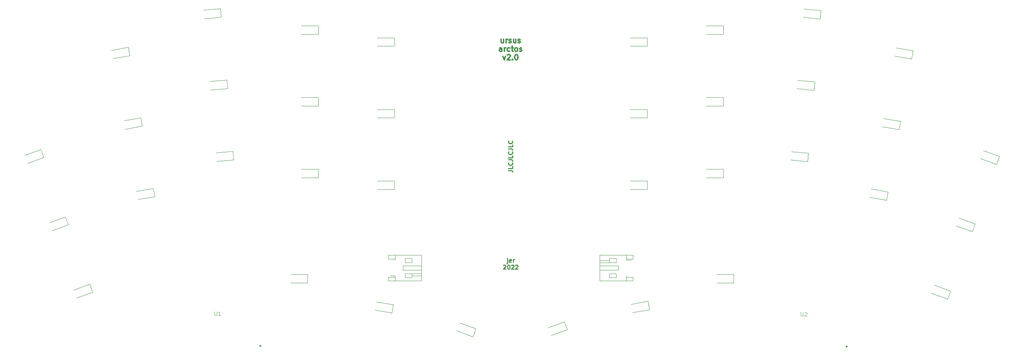
<source format=gbr>
%TF.GenerationSoftware,KiCad,Pcbnew,(6.0.5)*%
%TF.CreationDate,2022-05-11T11:26:58+00:00*%
%TF.ProjectId,ursus-arctos,75727375-732d-4617-9263-746f732e6b69,v1.0.0*%
%TF.SameCoordinates,Original*%
%TF.FileFunction,Legend,Top*%
%TF.FilePolarity,Positive*%
%FSLAX46Y46*%
G04 Gerber Fmt 4.6, Leading zero omitted, Abs format (unit mm)*
G04 Created by KiCad (PCBNEW (6.0.5)) date 2022-05-11 11:26:58*
%MOMM*%
%LPD*%
G01*
G04 APERTURE LIST*
%ADD10C,0.300000*%
%ADD11C,0.250000*%
%ADD12C,0.101600*%
%ADD13C,0.254000*%
%ADD14C,0.120000*%
G04 APERTURE END LIST*
D10*
X-71196428Y65280357D02*
X-71196428Y64447023D01*
X-71732142Y65280357D02*
X-71732142Y64625595D01*
X-71672619Y64506547D01*
X-71553571Y64447023D01*
X-71375000Y64447023D01*
X-71255952Y64506547D01*
X-71196428Y64566071D01*
X-70601190Y64447023D02*
X-70601190Y65280357D01*
X-70601190Y65042261D02*
X-70541666Y65161309D01*
X-70482142Y65220833D01*
X-70363095Y65280357D01*
X-70244047Y65280357D01*
X-69886904Y64506547D02*
X-69767857Y64447023D01*
X-69529761Y64447023D01*
X-69410714Y64506547D01*
X-69351190Y64625595D01*
X-69351190Y64685119D01*
X-69410714Y64804166D01*
X-69529761Y64863690D01*
X-69708333Y64863690D01*
X-69827380Y64923214D01*
X-69886904Y65042261D01*
X-69886904Y65101785D01*
X-69827380Y65220833D01*
X-69708333Y65280357D01*
X-69529761Y65280357D01*
X-69410714Y65220833D01*
X-68279761Y65280357D02*
X-68279761Y64447023D01*
X-68815476Y65280357D02*
X-68815476Y64625595D01*
X-68755952Y64506547D01*
X-68636904Y64447023D01*
X-68458333Y64447023D01*
X-68339285Y64506547D01*
X-68279761Y64566071D01*
X-67744047Y64506547D02*
X-67625000Y64447023D01*
X-67386904Y64447023D01*
X-67267857Y64506547D01*
X-67208333Y64625595D01*
X-67208333Y64685119D01*
X-67267857Y64804166D01*
X-67386904Y64863690D01*
X-67565476Y64863690D01*
X-67684523Y64923214D01*
X-67744047Y65042261D01*
X-67744047Y65101785D01*
X-67684523Y65220833D01*
X-67565476Y65280357D01*
X-67386904Y65280357D01*
X-67267857Y65220833D01*
X-71583333Y62434523D02*
X-71583333Y63089285D01*
X-71642857Y63208333D01*
X-71761904Y63267857D01*
X-72000000Y63267857D01*
X-72119047Y63208333D01*
X-71583333Y62494047D02*
X-71702380Y62434523D01*
X-72000000Y62434523D01*
X-72119047Y62494047D01*
X-72178571Y62613095D01*
X-72178571Y62732142D01*
X-72119047Y62851190D01*
X-72000000Y62910714D01*
X-71702380Y62910714D01*
X-71583333Y62970238D01*
X-70988095Y62434523D02*
X-70988095Y63267857D01*
X-70988095Y63029761D02*
X-70928571Y63148809D01*
X-70869047Y63208333D01*
X-70750000Y63267857D01*
X-70630952Y63267857D01*
X-69678571Y62494047D02*
X-69797619Y62434523D01*
X-70035714Y62434523D01*
X-70154761Y62494047D01*
X-70214285Y62553571D01*
X-70273809Y62672619D01*
X-70273809Y63029761D01*
X-70214285Y63148809D01*
X-70154761Y63208333D01*
X-70035714Y63267857D01*
X-69797619Y63267857D01*
X-69678571Y63208333D01*
X-69321428Y63267857D02*
X-68845238Y63267857D01*
X-69142857Y63684523D02*
X-69142857Y62613095D01*
X-69083333Y62494047D01*
X-68964285Y62434523D01*
X-68845238Y62434523D01*
X-68250000Y62434523D02*
X-68369047Y62494047D01*
X-68428571Y62553571D01*
X-68488095Y62672619D01*
X-68488095Y63029761D01*
X-68428571Y63148809D01*
X-68369047Y63208333D01*
X-68250000Y63267857D01*
X-68071428Y63267857D01*
X-67952380Y63208333D01*
X-67892857Y63148809D01*
X-67833333Y63029761D01*
X-67833333Y62672619D01*
X-67892857Y62553571D01*
X-67952380Y62494047D01*
X-68071428Y62434523D01*
X-68250000Y62434523D01*
X-67357142Y62494047D02*
X-67238095Y62434523D01*
X-67000000Y62434523D01*
X-66880952Y62494047D01*
X-66821428Y62613095D01*
X-66821428Y62672619D01*
X-66880952Y62791666D01*
X-67000000Y62851190D01*
X-67178571Y62851190D01*
X-67297619Y62910714D01*
X-67357142Y63029761D01*
X-67357142Y63089285D01*
X-67297619Y63208333D01*
X-67178571Y63267857D01*
X-67000000Y63267857D01*
X-66880952Y63208333D01*
X-71285714Y61255357D02*
X-70988095Y60422023D01*
X-70690476Y61255357D01*
X-70273809Y61552976D02*
X-70214285Y61612500D01*
X-70095238Y61672023D01*
X-69797619Y61672023D01*
X-69678571Y61612500D01*
X-69619047Y61552976D01*
X-69559523Y61433928D01*
X-69559523Y61314880D01*
X-69619047Y61136309D01*
X-70333333Y60422023D01*
X-69559523Y60422023D01*
X-69023809Y60541071D02*
X-68964285Y60481547D01*
X-69023809Y60422023D01*
X-69083333Y60481547D01*
X-69023809Y60541071D01*
X-69023809Y60422023D01*
X-68190476Y61672023D02*
X-68071428Y61672023D01*
X-67952380Y61612500D01*
X-67892857Y61552976D01*
X-67833333Y61433928D01*
X-67773809Y61195833D01*
X-67773809Y60898214D01*
X-67833333Y60660119D01*
X-67892857Y60541071D01*
X-67952380Y60481547D01*
X-68071428Y60422023D01*
X-68190476Y60422023D01*
X-68309523Y60481547D01*
X-68369047Y60541071D01*
X-68428571Y60660119D01*
X-68488095Y60898214D01*
X-68488095Y61195833D01*
X-68428571Y61433928D01*
X-68369047Y61552976D01*
X-68309523Y61612500D01*
X-68190476Y61672023D01*
D11*
X-70047619Y34166666D02*
X-69333333Y34166666D01*
X-69190476Y34119047D01*
X-69095238Y34023809D01*
X-69047619Y33880952D01*
X-69047619Y33785714D01*
X-69047619Y35119047D02*
X-69047619Y34642857D01*
X-70047619Y34642857D01*
X-69142857Y36023809D02*
X-69095238Y35976190D01*
X-69047619Y35833333D01*
X-69047619Y35738095D01*
X-69095238Y35595238D01*
X-69190476Y35500000D01*
X-69285714Y35452380D01*
X-69476190Y35404761D01*
X-69619047Y35404761D01*
X-69809523Y35452380D01*
X-69904761Y35500000D01*
X-70000000Y35595238D01*
X-70047619Y35738095D01*
X-70047619Y35833333D01*
X-70000000Y35976190D01*
X-69952380Y36023809D01*
X-70047619Y36738095D02*
X-69333333Y36738095D01*
X-69190476Y36690476D01*
X-69095238Y36595238D01*
X-69047619Y36452380D01*
X-69047619Y36357142D01*
X-69047619Y37690476D02*
X-69047619Y37214285D01*
X-70047619Y37214285D01*
X-69142857Y38595238D02*
X-69095238Y38547619D01*
X-69047619Y38404761D01*
X-69047619Y38309523D01*
X-69095238Y38166666D01*
X-69190476Y38071428D01*
X-69285714Y38023809D01*
X-69476190Y37976190D01*
X-69619047Y37976190D01*
X-69809523Y38023809D01*
X-69904761Y38071428D01*
X-70000000Y38166666D01*
X-70047619Y38309523D01*
X-70047619Y38404761D01*
X-70000000Y38547619D01*
X-69952380Y38595238D01*
X-70047619Y39309523D02*
X-69333333Y39309523D01*
X-69190476Y39261904D01*
X-69095238Y39166666D01*
X-69047619Y39023809D01*
X-69047619Y38928571D01*
X-69047619Y40261904D02*
X-69047619Y39785714D01*
X-70047619Y39785714D01*
X-69142857Y41166666D02*
X-69095238Y41119047D01*
X-69047619Y40976190D01*
X-69047619Y40880952D01*
X-69095238Y40738095D01*
X-69190476Y40642857D01*
X-69285714Y40595238D01*
X-69476190Y40547619D01*
X-69619047Y40547619D01*
X-69809523Y40595238D01*
X-69904761Y40642857D01*
X-70000000Y40738095D01*
X-70047619Y40880952D01*
X-70047619Y40976190D01*
X-70000000Y41119047D01*
X-69952380Y41166666D01*
X-70238095Y13019285D02*
X-70238095Y12162142D01*
X-70285714Y12066904D01*
X-70380952Y12019285D01*
X-70428571Y12019285D01*
X-70238095Y13352619D02*
X-70285714Y13305000D01*
X-70238095Y13257380D01*
X-70190476Y13305000D01*
X-70238095Y13352619D01*
X-70238095Y13257380D01*
X-69380952Y12400238D02*
X-69476190Y12352619D01*
X-69666666Y12352619D01*
X-69761904Y12400238D01*
X-69809523Y12495476D01*
X-69809523Y12876428D01*
X-69761904Y12971666D01*
X-69666666Y13019285D01*
X-69476190Y13019285D01*
X-69380952Y12971666D01*
X-69333333Y12876428D01*
X-69333333Y12781190D01*
X-69809523Y12685952D01*
X-68904761Y12352619D02*
X-68904761Y13019285D01*
X-68904761Y12828809D02*
X-68857142Y12924047D01*
X-68809523Y12971666D01*
X-68714285Y13019285D01*
X-68619047Y13019285D01*
X-71214285Y11647380D02*
X-71166666Y11695000D01*
X-71071428Y11742619D01*
X-70833333Y11742619D01*
X-70738095Y11695000D01*
X-70690476Y11647380D01*
X-70642857Y11552142D01*
X-70642857Y11456904D01*
X-70690476Y11314047D01*
X-71261904Y10742619D01*
X-70642857Y10742619D01*
X-70023809Y11742619D02*
X-69928571Y11742619D01*
X-69833333Y11695000D01*
X-69785714Y11647380D01*
X-69738095Y11552142D01*
X-69690476Y11361666D01*
X-69690476Y11123571D01*
X-69738095Y10933095D01*
X-69785714Y10837857D01*
X-69833333Y10790238D01*
X-69928571Y10742619D01*
X-70023809Y10742619D01*
X-70119047Y10790238D01*
X-70166666Y10837857D01*
X-70214285Y10933095D01*
X-70261904Y11123571D01*
X-70261904Y11361666D01*
X-70214285Y11552142D01*
X-70166666Y11647380D01*
X-70119047Y11695000D01*
X-70023809Y11742619D01*
X-69309523Y11647380D02*
X-69261904Y11695000D01*
X-69166666Y11742619D01*
X-68928571Y11742619D01*
X-68833333Y11695000D01*
X-68785714Y11647380D01*
X-68738095Y11552142D01*
X-68738095Y11456904D01*
X-68785714Y11314047D01*
X-69357142Y10742619D01*
X-68738095Y10742619D01*
X-68357142Y11647380D02*
X-68309523Y11695000D01*
X-68214285Y11742619D01*
X-67976190Y11742619D01*
X-67880952Y11695000D01*
X-67833333Y11647380D01*
X-67785714Y11552142D01*
X-67785714Y11456904D01*
X-67833333Y11314047D01*
X-68404761Y10742619D01*
X-67785714Y10742619D01*
D12*
%TO.C,U1*%
X-139677333Y623583D02*
X-139677333Y-96083D01*
X-139635000Y-180750D01*
X-139592666Y-223083D01*
X-139508000Y-265416D01*
X-139338666Y-265416D01*
X-139254000Y-223083D01*
X-139211666Y-180750D01*
X-139169333Y-96083D01*
X-139169333Y623583D01*
X-138280333Y-265416D02*
X-138788333Y-265416D01*
X-138534333Y-265416D02*
X-138534333Y623583D01*
X-138619000Y496583D01*
X-138703666Y411916D01*
X-138788333Y369583D01*
%TO.C,U2*%
X-677333Y486833D02*
X-677333Y-232833D01*
X-635000Y-317500D01*
X-592666Y-359833D01*
X-507999Y-402166D01*
X-338666Y-402166D01*
X-254000Y-359833D01*
X-211666Y-317500D01*
X-169333Y-232833D01*
X-169333Y486833D01*
X211666Y402166D02*
X253999Y444500D01*
X338666Y486833D01*
X550333Y486833D01*
X634999Y444500D01*
X677333Y402166D01*
X719666Y317500D01*
X719666Y232833D01*
X677333Y105833D01*
X169333Y-402166D01*
X719666Y-402166D01*
%TO.C,U1*%
D13*
X-128713000Y-7483250D02*
G75*
G03*
X-128713000Y-7483250I-127000J0D01*
G01*
%TO.C,U2*%
X10287000Y-7620000D02*
G75*
G03*
X10287000Y-7620000I-127000J0D01*
G01*
D14*
%TO.C,S24*%
X25521331Y60606377D02*
X25868628Y62575992D01*
X25521331Y60606377D02*
X21532860Y61309652D01*
X25868628Y62575992D02*
X21880156Y63279267D01*
%TO.C,S17*%
X-97663367Y319159D02*
X-101651838Y1022434D01*
X-97663367Y319159D02*
X-97316070Y2288774D01*
X-97316070Y2288774D02*
X-101304542Y2992049D01*
%TO.C,S34*%
X-16600000Y9483334D02*
X-20650000Y9483334D01*
X-16600000Y7483334D02*
X-20650000Y7483334D01*
X-16600000Y7483334D02*
X-16600000Y9483334D01*
%TO.C,S27*%
X3880077Y70159931D02*
X-154512Y70512912D01*
X4054388Y72152320D02*
X19800Y72505301D01*
X3880077Y70159931D02*
X4054388Y72152320D01*
%TO.C,S11*%
X-115100000Y51483334D02*
X-119150000Y51483334D01*
X-115100000Y49483334D02*
X-115100000Y51483334D01*
X-115100000Y49483334D02*
X-119150000Y49483334D01*
%TO.C,S18*%
X-78405420Y-5274098D02*
X-82211175Y-3888917D01*
X-77721380Y-3394713D02*
X-81527135Y-2009531D01*
X-78405420Y-5274098D02*
X-77721380Y-3394713D01*
%TO.C,S16*%
X-117600000Y7483334D02*
X-117600000Y9483334D01*
X-117600000Y7483334D02*
X-121650000Y7483334D01*
X-117600000Y9483334D02*
X-121650000Y9483334D01*
%TO.C,S10*%
X-115100000Y32483334D02*
X-115100000Y34483334D01*
X-115100000Y32483334D02*
X-119150000Y32483334D01*
X-115100000Y34483334D02*
X-119150000Y34483334D01*
%TO.C,S23*%
X22569312Y43864646D02*
X22916609Y45834261D01*
X22916609Y45834261D02*
X18928137Y46537536D01*
X22569312Y43864646D02*
X18580841Y44567921D01*
%TO.C,S1*%
X-168575498Y5297753D02*
X-172381253Y3912572D01*
X-168575498Y5297753D02*
X-169259539Y7177139D01*
X-169259539Y7177139D02*
X-173065294Y5791957D01*
%TO.C,S12*%
X-115100000Y68483334D02*
X-119150000Y68483334D01*
X-115100000Y66483334D02*
X-115100000Y68483334D01*
X-115100000Y66483334D02*
X-119150000Y66483334D01*
%TO.C,S32*%
X-37100000Y46650000D02*
X-41150000Y46650000D01*
X-37100000Y46650000D02*
X-37100000Y48650000D01*
X-37100000Y48650000D02*
X-41150000Y48650000D01*
%TO.C,S7*%
X-135135047Y36707659D02*
X-139169636Y36354679D01*
X-135135047Y36707659D02*
X-135309359Y38700049D01*
X-135309359Y38700049D02*
X-139343947Y38347068D01*
%TO.C,S2*%
X-174389841Y21272527D02*
X-175073882Y23151913D01*
X-175073882Y23151913D02*
X-178879637Y21766731D01*
X-174389841Y21272527D02*
X-178195596Y19887346D01*
%TO.C,S35*%
X-36956853Y3122285D02*
X-40945324Y2419010D01*
X-36609556Y1152670D02*
X-36956853Y3122285D01*
X-36609556Y1152670D02*
X-40598028Y449395D01*
%TO.C,J1*%
X-98460000Y14060000D02*
X-98460000Y13140000D01*
X-96860000Y8860000D02*
X-98460000Y8860000D01*
X-96860000Y9140000D02*
X-98075000Y9140000D01*
X-94500000Y12300000D02*
X-94500000Y13300000D01*
X-95000000Y10500000D02*
X-95000000Y11500000D01*
X-92900000Y9700000D02*
X-90640000Y9700000D01*
X-90640000Y10500000D02*
X-95000000Y10500000D01*
X-98460000Y7940000D02*
X-90640000Y7940000D01*
X-94500000Y8700000D02*
X-92900000Y8700000D01*
X-96860000Y14060000D02*
X-96860000Y13140000D01*
X-92900000Y9700000D02*
X-94500000Y9700000D01*
X-92900000Y8700000D02*
X-92900000Y9700000D01*
X-96860000Y9140000D02*
X-96860000Y8860000D01*
X-94500000Y9700000D02*
X-94500000Y8700000D01*
X-98460000Y8860000D02*
X-98460000Y7940000D01*
X-92900000Y12300000D02*
X-94500000Y12300000D01*
X-94500000Y13300000D02*
X-92900000Y13300000D01*
X-96860000Y13140000D02*
X-96860000Y12860000D01*
X-90640000Y7940000D02*
X-90640000Y14060000D01*
X-92900000Y9200000D02*
X-90640000Y9200000D01*
X-96860000Y7940000D02*
X-96860000Y8860000D01*
X-92900000Y13300000D02*
X-92900000Y12300000D01*
X-98460000Y13140000D02*
X-96860000Y13140000D01*
X-95000000Y11500000D02*
X-90640000Y11500000D01*
X-90640000Y14060000D02*
X-98460000Y14060000D01*
%TO.C,S31*%
X-37100000Y31650000D02*
X-41150000Y31650000D01*
X-37100000Y29650000D02*
X-37100000Y31650000D01*
X-37100000Y29650000D02*
X-41150000Y29650000D01*
%TO.C,S5*%
X-156842235Y44698157D02*
X-160830707Y43994882D01*
X-157189532Y46667772D02*
X-161178003Y45964497D01*
X-156842235Y44698157D02*
X-157189532Y46667772D01*
%TO.C,S19*%
X34086023Y3656057D02*
X34770063Y5535442D01*
X34770063Y5535442D02*
X30964308Y6920624D01*
X34086023Y3656057D02*
X30280268Y5041238D01*
%TO.C,S3*%
X-180888224Y39126688D02*
X-184693979Y37741506D01*
X-180204183Y37247302D02*
X-184009938Y35862121D01*
X-180204183Y37247302D02*
X-180888224Y39126688D01*
%TO.C,S26*%
X2398429Y53224621D02*
X-1636160Y53577602D01*
X2398429Y53224621D02*
X2572740Y55217010D01*
X2572740Y55217010D02*
X-1461848Y55569991D01*
%TO.C,S15*%
X-97100000Y63650000D02*
X-97100000Y65650000D01*
X-97100000Y65650000D02*
X-101150000Y65650000D01*
X-97100000Y63650000D02*
X-101150000Y63650000D01*
%TO.C,J2*%
X-44500000Y12300000D02*
X-44500000Y13300000D01*
X-44500000Y8700000D02*
X-46100000Y8700000D01*
X-40540000Y14060000D02*
X-48360000Y14060000D01*
X-42140000Y8860000D02*
X-42140000Y9140000D01*
X-48360000Y14060000D02*
X-48360000Y7940000D01*
X-46100000Y12800000D02*
X-48360000Y12800000D01*
X-46100000Y13300000D02*
X-46100000Y12300000D01*
X-46100000Y12300000D02*
X-44500000Y12300000D01*
X-44000000Y11500000D02*
X-44000000Y10500000D01*
X-40540000Y8860000D02*
X-42140000Y8860000D01*
X-42140000Y13140000D02*
X-40540000Y13140000D01*
X-46100000Y9700000D02*
X-44500000Y9700000D01*
X-40540000Y7940000D02*
X-40540000Y8860000D01*
X-46100000Y12300000D02*
X-48360000Y12300000D01*
X-46100000Y8700000D02*
X-46100000Y9700000D01*
X-44500000Y9700000D02*
X-44500000Y8700000D01*
X-48360000Y7940000D02*
X-40540000Y7940000D01*
X-42140000Y12860000D02*
X-42140000Y13140000D01*
X-40540000Y13140000D02*
X-40540000Y14060000D01*
X-48360000Y11500000D02*
X-44000000Y11500000D01*
X-44000000Y10500000D02*
X-48360000Y10500000D01*
X-42140000Y7940000D02*
X-42140000Y8860000D01*
X-44500000Y13300000D02*
X-46100000Y13300000D01*
X-42140000Y12860000D02*
X-40925000Y12860000D01*
X-42140000Y14060000D02*
X-42140000Y13140000D01*
%TO.C,S9*%
X-138098342Y70578278D02*
X-138272654Y72570668D01*
X-138098342Y70578278D02*
X-142132931Y70225298D01*
X-138272654Y72570668D02*
X-142307242Y72217687D01*
%TO.C,S14*%
X-97100000Y48650000D02*
X-101150000Y48650000D01*
X-97100000Y46650000D02*
X-101150000Y46650000D01*
X-97100000Y46650000D02*
X-97100000Y48650000D01*
%TO.C,S25*%
X916782Y36289312D02*
X1091093Y38281701D01*
X916782Y36289312D02*
X-3117807Y36642293D01*
X1091093Y38281701D02*
X-2943495Y38634682D01*
%TO.C,S21*%
X46398748Y37484991D02*
X42592993Y38870173D01*
X45714708Y35605606D02*
X41908953Y36990787D01*
X45714708Y35605606D02*
X46398748Y37484991D01*
%TO.C,S6*%
X-160141551Y63409503D02*
X-164130022Y62706228D01*
X-159794254Y61439888D02*
X-163782726Y60736613D01*
X-159794254Y61439888D02*
X-160141551Y63409503D01*
%TO.C,S22*%
X19617293Y27122914D02*
X19964590Y29092529D01*
X19617293Y27122914D02*
X15628822Y27826189D01*
X19964590Y29092529D02*
X15976118Y29795804D01*
%TO.C,S20*%
X39900366Y19630831D02*
X36094611Y21016012D01*
X39900366Y19630831D02*
X40584406Y21510216D01*
X40584406Y21510216D02*
X36778651Y22895398D01*
%TO.C,S28*%
X-19100000Y32483334D02*
X-23150000Y32483334D01*
X-19100000Y34483334D02*
X-23150000Y34483334D01*
X-19100000Y32483334D02*
X-19100000Y34483334D01*
%TO.C,S4*%
X-153890216Y27956425D02*
X-157878688Y27253150D01*
X-154237513Y29926040D02*
X-158225984Y29222765D01*
X-153890216Y27956425D02*
X-154237513Y29926040D01*
%TO.C,S30*%
X-19100000Y66483334D02*
X-23150000Y66483334D01*
X-19100000Y66483334D02*
X-19100000Y68483334D01*
X-19100000Y68483334D02*
X-23150000Y68483334D01*
%TO.C,S13*%
X-97100000Y29650000D02*
X-101150000Y29650000D01*
X-97100000Y29650000D02*
X-97100000Y31650000D01*
X-97100000Y31650000D02*
X-101150000Y31650000D01*
%TO.C,S29*%
X-19100000Y49483334D02*
X-23150000Y49483334D01*
X-19100000Y51483334D02*
X-23150000Y51483334D01*
X-19100000Y49483334D02*
X-19100000Y51483334D01*
%TO.C,S8*%
X-136616694Y53642968D02*
X-136791006Y55635358D01*
X-136791006Y55635358D02*
X-140825594Y55282377D01*
X-136616694Y53642968D02*
X-140651283Y53289988D01*
%TO.C,S33*%
X-37100000Y65650000D02*
X-41150000Y65650000D01*
X-37100000Y63650000D02*
X-37100000Y65650000D01*
X-37100000Y63650000D02*
X-41150000Y63650000D01*
%TO.C,S36*%
X-56084055Y-3632402D02*
X-56768096Y-1753016D01*
X-56768096Y-1753016D02*
X-60573851Y-3138198D01*
X-56084055Y-3632402D02*
X-59889810Y-5017583D01*
%TD*%
M02*

</source>
